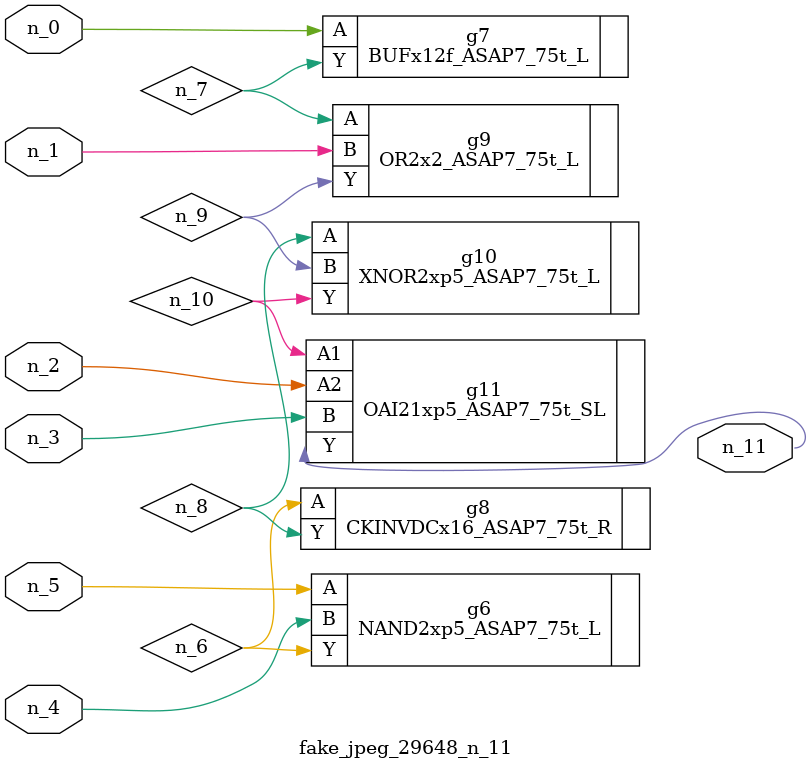
<source format=v>
module fake_jpeg_29648_n_11 (n_3, n_2, n_1, n_0, n_4, n_5, n_11);

input n_3;
input n_2;
input n_1;
input n_0;
input n_4;
input n_5;

output n_11;

wire n_10;
wire n_8;
wire n_9;
wire n_6;
wire n_7;

NAND2xp5_ASAP7_75t_L g6 ( 
.A(n_5),
.B(n_4),
.Y(n_6)
);

BUFx12f_ASAP7_75t_L g7 ( 
.A(n_0),
.Y(n_7)
);

CKINVDCx16_ASAP7_75t_R g8 ( 
.A(n_6),
.Y(n_8)
);

XNOR2xp5_ASAP7_75t_L g10 ( 
.A(n_8),
.B(n_9),
.Y(n_10)
);

OR2x2_ASAP7_75t_L g9 ( 
.A(n_7),
.B(n_1),
.Y(n_9)
);

OAI21xp5_ASAP7_75t_SL g11 ( 
.A1(n_10),
.A2(n_2),
.B(n_3),
.Y(n_11)
);


endmodule
</source>
